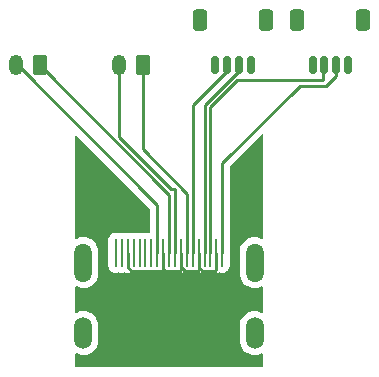
<source format=gbr>
%TF.GenerationSoftware,KiCad,Pcbnew,(6.0.5)*%
%TF.CreationDate,2022-06-07T12:38:57-06:00*%
%TF.ProjectId,21Pin_Fanout,32315069-6e5f-4466-916e-6f75742e6b69,rev?*%
%TF.SameCoordinates,Original*%
%TF.FileFunction,Copper,L1,Top*%
%TF.FilePolarity,Positive*%
%FSLAX46Y46*%
G04 Gerber Fmt 4.6, Leading zero omitted, Abs format (unit mm)*
G04 Created by KiCad (PCBNEW (6.0.5)) date 2022-06-07 12:38:57*
%MOMM*%
%LPD*%
G01*
G04 APERTURE LIST*
G04 Aperture macros list*
%AMRoundRect*
0 Rectangle with rounded corners*
0 $1 Rounding radius*
0 $2 $3 $4 $5 $6 $7 $8 $9 X,Y pos of 4 corners*
0 Add a 4 corners polygon primitive as box body*
4,1,4,$2,$3,$4,$5,$6,$7,$8,$9,$2,$3,0*
0 Add four circle primitives for the rounded corners*
1,1,$1+$1,$2,$3*
1,1,$1+$1,$4,$5*
1,1,$1+$1,$6,$7*
1,1,$1+$1,$8,$9*
0 Add four rect primitives between the rounded corners*
20,1,$1+$1,$2,$3,$4,$5,0*
20,1,$1+$1,$4,$5,$6,$7,0*
20,1,$1+$1,$6,$7,$8,$9,0*
20,1,$1+$1,$8,$9,$2,$3,0*%
G04 Aperture macros list end*
%TA.AperFunction,SMDPad,CuDef*%
%ADD10RoundRect,0.150000X0.150000X0.625000X-0.150000X0.625000X-0.150000X-0.625000X0.150000X-0.625000X0*%
%TD*%
%TA.AperFunction,SMDPad,CuDef*%
%ADD11RoundRect,0.250000X0.350000X0.650000X-0.350000X0.650000X-0.350000X-0.650000X0.350000X-0.650000X0*%
%TD*%
%TA.AperFunction,ComponentPad*%
%ADD12RoundRect,0.250000X0.350000X0.625000X-0.350000X0.625000X-0.350000X-0.625000X0.350000X-0.625000X0*%
%TD*%
%TA.AperFunction,ComponentPad*%
%ADD13O,1.200000X1.750000*%
%TD*%
%TA.AperFunction,SMDPad,CuDef*%
%ADD14O,0.250000X2.400000*%
%TD*%
%TA.AperFunction,ComponentPad*%
%ADD15O,1.500000X2.700000*%
%TD*%
%TA.AperFunction,ComponentPad*%
%ADD16O,1.500000X3.300000*%
%TD*%
%TA.AperFunction,ViaPad*%
%ADD17C,0.800000*%
%TD*%
%TA.AperFunction,Conductor*%
%ADD18C,0.250000*%
%TD*%
G04 APERTURE END LIST*
D10*
%TO.P,J6,1,Pin_1*%
%TO.N,unconnected-(J6-Pad1)*%
X15150000Y19250000D03*
%TO.P,J6,2,Pin_2*%
%TO.N,Net-(J1-Pad1)*%
X14150000Y19250000D03*
%TO.P,J6,3,Pin_3*%
%TO.N,Net-(J1-Pad3)*%
X13150000Y19250000D03*
%TO.P,J6,4,Pin_4*%
%TO.N,unconnected-(J6-Pad4)*%
X12150000Y19250000D03*
D11*
%TO.P,J6,MP*%
%TO.N,N/C*%
X16450000Y23125000D03*
X10850000Y23125000D03*
%TD*%
D12*
%TO.P,J3,1,Pin_1*%
%TO.N,Net-(J1-Pad10)*%
X-10950000Y19250000D03*
D13*
%TO.P,J3,2,Pin_2*%
%TO.N,Net-(J1-Pad12)*%
X-12950000Y19250000D03*
%TD*%
D12*
%TO.P,J2,1,Pin_1*%
%TO.N,Net-(J1-Pad7)*%
X-2250000Y19250000D03*
D13*
%TO.P,J2,2,Pin_2*%
%TO.N,Net-(J1-Pad9)*%
X-4250000Y19250000D03*
%TD*%
D10*
%TO.P,J7,1,Pin_1*%
%TO.N,unconnected-(J7-Pad1)*%
X6900000Y19250000D03*
%TO.P,J7,2,Pin_2*%
%TO.N,Net-(J1-Pad4)*%
X5900000Y19250000D03*
%TO.P,J7,3,Pin_3*%
%TO.N,Net-(J1-Pad6)*%
X4900000Y19250000D03*
%TO.P,J7,4,Pin_4*%
%TO.N,unconnected-(J7-Pad4)*%
X3900000Y19250000D03*
D11*
%TO.P,J7,MP*%
%TO.N,N/C*%
X8200000Y23125000D03*
X2600000Y23125000D03*
%TD*%
D14*
%TO.P,J1,1,D2+*%
%TO.N,Net-(J1-Pad1)*%
X4501000Y3396000D03*
%TO.P,J1,2,D2S*%
%TO.N,GND*%
X4001000Y3396000D03*
%TO.P,J1,3,D2-*%
%TO.N,Net-(J1-Pad3)*%
X3501000Y3396000D03*
%TO.P,J1,4,D1+*%
%TO.N,Net-(J1-Pad4)*%
X3001000Y3396000D03*
%TO.P,J1,5,D1S*%
%TO.N,GND*%
X2500000Y3396000D03*
%TO.P,J1,6,D1-*%
%TO.N,Net-(J1-Pad6)*%
X2000000Y3396000D03*
%TO.P,J1,7,D0+*%
%TO.N,Net-(J1-Pad7)*%
X1500000Y3396000D03*
%TO.P,J1,8,D0S*%
%TO.N,GND*%
X1000000Y3396000D03*
%TO.P,J1,9,D0-*%
%TO.N,Net-(J1-Pad9)*%
X500000Y3396000D03*
%TO.P,J1,10,CK+*%
%TO.N,Net-(J1-Pad10)*%
X0Y3396000D03*
%TO.P,J1,11,CKS*%
%TO.N,GND*%
X-500000Y3396000D03*
%TO.P,J1,12,CK-*%
%TO.N,Net-(J1-Pad12)*%
X-1000000Y3396000D03*
%TO.P,J1,13,CEC*%
%TO.N,unconnected-(J1-Pad13)*%
X-1500000Y3396000D03*
%TO.P,J1,14,UTILITY*%
%TO.N,unconnected-(J1-Pad14)*%
X-2000000Y3396000D03*
%TO.P,J1,15,SCL*%
%TO.N,unconnected-(J1-Pad15)*%
X-2500000Y3396000D03*
%TO.P,J1,16,SDA*%
%TO.N,unconnected-(J1-Pad16)*%
X-3001000Y3396000D03*
%TO.P,J1,17,GND*%
%TO.N,GND*%
X-3501000Y3396000D03*
%TO.P,J1,18,+5V*%
%TO.N,unconnected-(J1-Pad18)*%
X-4001000Y3396000D03*
%TO.P,J1,19,HPD*%
%TO.N,unconnected-(J1-Pad19)*%
X-4501000Y3396000D03*
D15*
%TO.P,J1,20*%
%TO.N,N/C*%
X7250000Y-3396000D03*
%TO.P,J1,21*%
X-7250000Y-3396000D03*
D16*
%TO.P,J1,22*%
X7250000Y2564000D03*
%TO.P,J1,23*%
X-7250000Y2564000D03*
%TD*%
D17*
%TO.N,GND*%
X-2128520Y871480D03*
%TD*%
D18*
%TO.N,GND*%
X-2128520Y1871480D02*
X-2128520Y871480D01*
X-2128520Y1871480D02*
X-3187197Y1871480D01*
X-574520Y1871480D02*
X-2128520Y1871480D01*
X-3187197Y1871480D02*
X-3501000Y2185283D01*
X-3501000Y2185283D02*
X-3501000Y3396000D01*
X-500000Y1946000D02*
X-574520Y1871480D01*
X-500000Y3396000D02*
X-500000Y1946000D01*
X-500000Y2000000D02*
X-500000Y3396000D01*
X925480Y1871480D02*
X-371480Y1871480D01*
X1000000Y1946000D02*
X925480Y1871480D01*
X1000000Y3396000D02*
X1000000Y1946000D01*
X-371480Y1871480D02*
X-500000Y2000000D01*
X1000000Y2185283D02*
X1000000Y3396000D01*
X2500000Y1946000D02*
X2425480Y1871480D01*
X2500000Y3396000D02*
X2500000Y1946000D01*
X2425480Y1871480D02*
X1313803Y1871480D01*
X1313803Y1871480D02*
X1000000Y2185283D01*
X2814803Y1871480D02*
X2500000Y2186283D01*
X2500000Y2186283D02*
X2500000Y3396000D01*
X3926480Y1871480D02*
X2814803Y1871480D01*
X4001000Y1946000D02*
X3926480Y1871480D01*
X4001000Y3396000D02*
X4001000Y1946000D01*
%TO.N,Net-(J1-Pad1)*%
X14150000Y18374520D02*
X14150000Y19250000D01*
X11050480Y17550480D02*
X13325960Y17550480D01*
X13325960Y17550480D02*
X14150000Y18374520D01*
X4501000Y11001000D02*
X11050480Y17550480D01*
X4501000Y3396000D02*
X4501000Y11001000D01*
%TO.N,Net-(J1-Pad3)*%
X13000000Y19100000D02*
X13150000Y19250000D01*
X13000000Y18000000D02*
X13000000Y19100000D01*
X3501000Y15769210D02*
X5731790Y18000000D01*
X3501000Y3396000D02*
X3501000Y15769210D01*
X5731790Y18000000D02*
X13000000Y18000000D01*
%TO.N,Net-(J1-Pad4)*%
X5900000Y18803928D02*
X5900000Y19250000D01*
X3001000Y15904928D02*
X5900000Y18803928D01*
X3001000Y3396000D02*
X3001000Y15904928D01*
%TO.N,Net-(J1-Pad6)*%
X2000000Y15903928D02*
X4900000Y18803928D01*
X4900000Y18803928D02*
X4900000Y19250000D01*
X2000000Y3396000D02*
X2000000Y15903928D01*
%TO.N,Net-(J1-Pad7)*%
X-2250000Y12135717D02*
X-2250000Y19250000D01*
X1500000Y8385717D02*
X-2250000Y12135717D01*
X1500000Y3396000D02*
X1500000Y8385717D01*
%TO.N,Net-(J1-Pad9)*%
X-4250000Y13185718D02*
X-4250000Y19250000D01*
X185718Y8750000D02*
X-4250000Y13185718D01*
X500000Y8750000D02*
X185718Y8750000D01*
X500000Y3396000D02*
X500000Y8750000D01*
%TO.N,Net-(J1-Pad10)*%
X0Y8300000D02*
X-10950000Y19250000D01*
X0Y3396000D02*
X0Y8300000D01*
%TO.N,Net-(J1-Pad12)*%
X-12823196Y19250000D02*
X-1000000Y7426804D01*
X-1000000Y7426804D02*
X-1000000Y3396000D01*
X-12950000Y19250000D02*
X-12823196Y19250000D01*
%TD*%
%TA.AperFunction,Conductor*%
%TO.N,GND*%
G36*
X7909532Y13409462D02*
G01*
X7966368Y13366915D01*
X7991179Y13300395D01*
X7991500Y13291406D01*
X7991500Y4705927D01*
X7971498Y4637806D01*
X7917842Y4591313D01*
X7847568Y4581209D01*
X7814855Y4590554D01*
X7658180Y4659330D01*
X7658167Y4659335D01*
X7653033Y4661588D01*
X7647582Y4662897D01*
X7647578Y4662898D01*
X7440046Y4712722D01*
X7440045Y4712722D01*
X7434589Y4714032D01*
X7350525Y4718879D01*
X7215917Y4726640D01*
X7215914Y4726640D01*
X7210310Y4726963D01*
X6987285Y4699975D01*
X6772565Y4633918D01*
X6767585Y4631348D01*
X6767581Y4631346D01*
X6626850Y4558709D01*
X6572936Y4530882D01*
X6394708Y4394123D01*
X6243515Y4227964D01*
X6124136Y4037656D01*
X6040344Y3829217D01*
X5994787Y3609233D01*
X5991500Y3552225D01*
X5991500Y1607001D01*
X5991749Y1604214D01*
X5991749Y1604208D01*
X5998009Y1534071D01*
X6006383Y1440238D01*
X6065663Y1223549D01*
X6162378Y1020782D01*
X6293471Y838346D01*
X6454799Y682008D01*
X6641262Y556710D01*
X6846967Y466412D01*
X6852418Y465103D01*
X6852422Y465102D01*
X7025503Y423549D01*
X7065411Y413968D01*
X7149475Y409121D01*
X7284083Y401360D01*
X7284086Y401360D01*
X7289690Y401037D01*
X7512715Y428025D01*
X7727435Y494082D01*
X7732415Y496652D01*
X7732419Y496654D01*
X7807710Y535515D01*
X7877417Y548984D01*
X7943341Y522629D01*
X7984550Y464816D01*
X7991500Y423549D01*
X7991500Y-1554073D01*
X7971498Y-1622194D01*
X7917842Y-1668687D01*
X7847568Y-1678791D01*
X7814855Y-1669446D01*
X7658180Y-1600670D01*
X7658167Y-1600665D01*
X7653033Y-1598412D01*
X7647582Y-1597103D01*
X7647578Y-1597102D01*
X7440046Y-1547278D01*
X7440045Y-1547278D01*
X7434589Y-1545968D01*
X7350525Y-1541121D01*
X7215917Y-1533360D01*
X7215914Y-1533360D01*
X7210310Y-1533037D01*
X6987285Y-1560025D01*
X6772565Y-1626082D01*
X6767585Y-1628652D01*
X6767581Y-1628654D01*
X6577919Y-1726546D01*
X6572936Y-1729118D01*
X6394708Y-1865877D01*
X6243515Y-2032036D01*
X6124136Y-2222344D01*
X6040344Y-2430783D01*
X5994787Y-2650767D01*
X5991500Y-2707775D01*
X5991500Y-4052999D01*
X5991749Y-4055786D01*
X5991749Y-4055792D01*
X5998009Y-4125929D01*
X6006383Y-4219762D01*
X6065663Y-4436451D01*
X6162378Y-4639218D01*
X6293471Y-4821654D01*
X6454799Y-4977992D01*
X6641262Y-5103290D01*
X6846967Y-5193588D01*
X6852418Y-5194897D01*
X6852422Y-5194898D01*
X7025503Y-5236451D01*
X7065411Y-5246032D01*
X7149475Y-5250879D01*
X7284083Y-5258640D01*
X7284086Y-5258640D01*
X7289690Y-5258963D01*
X7512715Y-5231975D01*
X7727435Y-5165918D01*
X7732415Y-5163348D01*
X7732419Y-5163346D01*
X7807710Y-5124485D01*
X7877417Y-5111016D01*
X7943341Y-5137371D01*
X7984550Y-5195184D01*
X7991500Y-5236451D01*
X7991500Y-6115500D01*
X7971498Y-6183621D01*
X7917842Y-6230114D01*
X7865500Y-6241500D01*
X-7865500Y-6241500D01*
X-7933621Y-6221498D01*
X-7980114Y-6167842D01*
X-7991500Y-6115500D01*
X-7991500Y-5237927D01*
X-7971498Y-5169806D01*
X-7917842Y-5123313D01*
X-7847568Y-5113209D01*
X-7814855Y-5122554D01*
X-7658180Y-5191330D01*
X-7658167Y-5191335D01*
X-7653033Y-5193588D01*
X-7647582Y-5194897D01*
X-7647578Y-5194898D01*
X-7474497Y-5236451D01*
X-7434589Y-5246032D01*
X-7350525Y-5250879D01*
X-7215917Y-5258640D01*
X-7215914Y-5258640D01*
X-7210310Y-5258963D01*
X-6987285Y-5231975D01*
X-6772565Y-5165918D01*
X-6767585Y-5163348D01*
X-6767581Y-5163346D01*
X-6577919Y-5065454D01*
X-6577918Y-5065454D01*
X-6572936Y-5062882D01*
X-6394708Y-4926123D01*
X-6243515Y-4759964D01*
X-6124136Y-4569656D01*
X-6040344Y-4361217D01*
X-5994787Y-4141233D01*
X-5991500Y-4084225D01*
X-5991500Y-2739001D01*
X-5994449Y-2705952D01*
X-6005884Y-2577833D01*
X-6006383Y-2572238D01*
X-6065663Y-2355549D01*
X-6162378Y-2152782D01*
X-6293471Y-1970346D01*
X-6454799Y-1814008D01*
X-6641262Y-1688710D01*
X-6846967Y-1598412D01*
X-6852418Y-1597103D01*
X-6852422Y-1597102D01*
X-7059954Y-1547278D01*
X-7059955Y-1547278D01*
X-7065411Y-1545968D01*
X-7149475Y-1541121D01*
X-7284083Y-1533360D01*
X-7284086Y-1533360D01*
X-7289690Y-1533037D01*
X-7512715Y-1560025D01*
X-7727435Y-1626082D01*
X-7732415Y-1628652D01*
X-7732419Y-1628654D01*
X-7807710Y-1667515D01*
X-7877417Y-1680984D01*
X-7943341Y-1654629D01*
X-7984550Y-1596816D01*
X-7991500Y-1555549D01*
X-7991500Y422073D01*
X-7971498Y490194D01*
X-7917842Y536687D01*
X-7847568Y546791D01*
X-7814855Y537446D01*
X-7658180Y468670D01*
X-7658167Y468665D01*
X-7653033Y466412D01*
X-7647582Y465103D01*
X-7647578Y465102D01*
X-7474497Y423549D01*
X-7434589Y413968D01*
X-7350525Y409121D01*
X-7215917Y401360D01*
X-7215914Y401360D01*
X-7210310Y401037D01*
X-6987285Y428025D01*
X-6772565Y494082D01*
X-6767585Y496652D01*
X-6767581Y496654D01*
X-6577919Y594546D01*
X-6577918Y594546D01*
X-6572936Y597118D01*
X-6394708Y733877D01*
X-6243515Y900036D01*
X-6124136Y1090344D01*
X-6040344Y1298783D01*
X-5994787Y1518767D01*
X-5991500Y1575775D01*
X-5991500Y3520999D01*
X-5994449Y3554048D01*
X-6005884Y3682167D01*
X-6006383Y3687762D01*
X-6065663Y3904451D01*
X-6162378Y4107218D01*
X-6293471Y4289654D01*
X-6454799Y4445992D01*
X-6641262Y4571290D01*
X-6846967Y4661588D01*
X-6852418Y4662897D01*
X-6852422Y4662898D01*
X-7059954Y4712722D01*
X-7059955Y4712722D01*
X-7065411Y4714032D01*
X-7149475Y4718879D01*
X-7284083Y4726640D01*
X-7284086Y4726640D01*
X-7289690Y4726963D01*
X-7512715Y4699975D01*
X-7727435Y4633918D01*
X-7732415Y4631348D01*
X-7732419Y4631346D01*
X-7807710Y4592485D01*
X-7877417Y4579016D01*
X-7943341Y4605371D01*
X-7984550Y4663184D01*
X-7991500Y4704451D01*
X-7991500Y13218210D01*
X-7971498Y13286331D01*
X-7917842Y13332824D01*
X-7847568Y13342928D01*
X-7782988Y13313434D01*
X-7776405Y13307305D01*
X-1670405Y7201305D01*
X-1636379Y7138993D01*
X-1633500Y7112210D01*
X-1633500Y5195692D01*
X-1653502Y5127571D01*
X-1707158Y5081078D01*
X-1777432Y5070974D01*
X-1796644Y5075442D01*
X-1802682Y5078283D01*
X-1810470Y5079769D01*
X-1810471Y5079769D01*
X-1952121Y5106790D01*
X-1952122Y5106790D01*
X-1959906Y5108275D01*
X-2048400Y5102708D01*
X-2111738Y5098723D01*
X-2111740Y5098723D01*
X-2119650Y5098225D01*
X-2127186Y5095776D01*
X-2127188Y5095776D01*
X-2128711Y5095281D01*
X-2200291Y5072023D01*
X-2205545Y5070316D01*
X-2276512Y5068288D01*
X-2288184Y5072528D01*
X-2295512Y5074909D01*
X-2302682Y5078283D01*
X-2310465Y5079768D01*
X-2310466Y5079768D01*
X-2452121Y5106790D01*
X-2452122Y5106790D01*
X-2459906Y5108275D01*
X-2548400Y5102708D01*
X-2611738Y5098723D01*
X-2611740Y5098723D01*
X-2619650Y5098225D01*
X-2627186Y5095776D01*
X-2627188Y5095776D01*
X-2706137Y5070124D01*
X-2777105Y5068097D01*
X-2790313Y5072895D01*
X-2796511Y5074908D01*
X-2803682Y5078283D01*
X-2935305Y5103391D01*
X-2953121Y5106790D01*
X-2953122Y5106790D01*
X-2960906Y5108275D01*
X-3049400Y5102708D01*
X-3112738Y5098723D01*
X-3112740Y5098723D01*
X-3120650Y5098225D01*
X-3207241Y5070090D01*
X-3278206Y5068062D01*
X-3289110Y5072023D01*
X-3289124Y5071979D01*
X-3311622Y5079289D01*
X-3453152Y5106287D01*
X-3468849Y5107274D01*
X-3612643Y5098228D01*
X-3628093Y5095281D01*
X-3705884Y5070005D01*
X-3776852Y5067978D01*
X-3791038Y5073130D01*
X-3796508Y5074907D01*
X-3803682Y5078283D01*
X-3935305Y5103391D01*
X-3953121Y5106790D01*
X-3953122Y5106790D01*
X-3960906Y5108275D01*
X-4049400Y5102708D01*
X-4112738Y5098723D01*
X-4112740Y5098723D01*
X-4120650Y5098225D01*
X-4128186Y5095776D01*
X-4128188Y5095776D01*
X-4129711Y5095281D01*
X-4201291Y5072023D01*
X-4206545Y5070316D01*
X-4277512Y5068288D01*
X-4289184Y5072528D01*
X-4296512Y5074909D01*
X-4303682Y5078283D01*
X-4311465Y5079768D01*
X-4311466Y5079768D01*
X-4453121Y5106790D01*
X-4453122Y5106790D01*
X-4460906Y5108275D01*
X-4549400Y5102708D01*
X-4612738Y5098723D01*
X-4612740Y5098723D01*
X-4620650Y5098225D01*
X-4628186Y5095776D01*
X-4628188Y5095776D01*
X-4765333Y5051215D01*
X-4765336Y5051214D01*
X-4772875Y5048764D01*
X-4908018Y4963000D01*
X-5017586Y4846321D01*
X-5094695Y4706060D01*
X-5134500Y4551030D01*
X-5134500Y2281144D01*
X-5119474Y2162203D01*
X-5060552Y2013383D01*
X-4966472Y1883893D01*
X-4843144Y1781867D01*
X-4835977Y1778494D01*
X-4835973Y1778492D01*
X-4773879Y1749274D01*
X-4698318Y1713717D01*
X-4593778Y1693775D01*
X-4551515Y1685713D01*
X-4541094Y1683725D01*
X-4452600Y1689292D01*
X-4389262Y1693277D01*
X-4389260Y1693277D01*
X-4381350Y1693775D01*
X-4373814Y1696224D01*
X-4373812Y1696224D01*
X-4305248Y1718502D01*
X-4295455Y1721684D01*
X-4224488Y1723712D01*
X-4212816Y1719472D01*
X-4205488Y1717091D01*
X-4198318Y1713717D01*
X-4190535Y1712232D01*
X-4190534Y1712232D01*
X-4048879Y1685210D01*
X-4041094Y1683725D01*
X-3952600Y1689292D01*
X-3889262Y1693277D01*
X-3889260Y1693277D01*
X-3881350Y1693775D01*
X-3794759Y1721910D01*
X-3723794Y1723938D01*
X-3712890Y1719977D01*
X-3712876Y1720021D01*
X-3690378Y1712711D01*
X-3548848Y1685713D01*
X-3533151Y1684726D01*
X-3389357Y1693772D01*
X-3373907Y1696719D01*
X-3296116Y1721995D01*
X-3225148Y1724022D01*
X-3210962Y1718870D01*
X-3205492Y1717093D01*
X-3198318Y1713717D01*
X-3093778Y1693775D01*
X-3051515Y1685713D01*
X-3041094Y1683725D01*
X-2952600Y1689292D01*
X-2889262Y1693277D01*
X-2889260Y1693277D01*
X-2881350Y1693775D01*
X-2873814Y1696224D01*
X-2873812Y1696224D01*
X-2794863Y1721876D01*
X-2723895Y1723903D01*
X-2710687Y1719105D01*
X-2704489Y1717092D01*
X-2697318Y1713717D01*
X-2592778Y1693775D01*
X-2550515Y1685713D01*
X-2540094Y1683725D01*
X-2451600Y1689292D01*
X-2388262Y1693277D01*
X-2388260Y1693277D01*
X-2380350Y1693775D01*
X-2372814Y1696224D01*
X-2372812Y1696224D01*
X-2304248Y1718502D01*
X-2294455Y1721684D01*
X-2223488Y1723712D01*
X-2211816Y1719472D01*
X-2204488Y1717091D01*
X-2197318Y1713717D01*
X-2189535Y1712232D01*
X-2189534Y1712232D01*
X-2047879Y1685210D01*
X-2040094Y1683725D01*
X-1951600Y1689292D01*
X-1888262Y1693277D01*
X-1888260Y1693277D01*
X-1880350Y1693775D01*
X-1872814Y1696224D01*
X-1872812Y1696224D01*
X-1804248Y1718502D01*
X-1794455Y1721684D01*
X-1723488Y1723712D01*
X-1711816Y1719472D01*
X-1704488Y1717091D01*
X-1697318Y1713717D01*
X-1689535Y1712232D01*
X-1689534Y1712232D01*
X-1547879Y1685210D01*
X-1540094Y1683725D01*
X-1451600Y1689292D01*
X-1388262Y1693277D01*
X-1388260Y1693277D01*
X-1380350Y1693775D01*
X-1372814Y1696224D01*
X-1372812Y1696224D01*
X-1304248Y1718502D01*
X-1294455Y1721684D01*
X-1223488Y1723712D01*
X-1211816Y1719472D01*
X-1204488Y1717091D01*
X-1197318Y1713717D01*
X-1189535Y1712232D01*
X-1189534Y1712232D01*
X-1047879Y1685210D01*
X-1040094Y1683725D01*
X-951600Y1689292D01*
X-888262Y1693277D01*
X-888260Y1693277D01*
X-880350Y1693775D01*
X-793759Y1721910D01*
X-722794Y1723938D01*
X-711890Y1719977D01*
X-711876Y1720021D01*
X-689378Y1712711D01*
X-547848Y1685713D01*
X-532151Y1684726D01*
X-388357Y1693772D01*
X-372907Y1696719D01*
X-295116Y1721995D01*
X-224148Y1724022D01*
X-209962Y1718870D01*
X-204492Y1717093D01*
X-197318Y1713717D01*
X-92778Y1693775D01*
X-50515Y1685713D01*
X-40094Y1683725D01*
X48400Y1689292D01*
X111738Y1693277D01*
X111740Y1693277D01*
X119650Y1693775D01*
X127186Y1696224D01*
X127188Y1696224D01*
X195752Y1718502D01*
X205545Y1721684D01*
X276512Y1723712D01*
X288184Y1719472D01*
X295512Y1717091D01*
X302682Y1713717D01*
X310465Y1712232D01*
X310466Y1712232D01*
X452121Y1685210D01*
X459906Y1683725D01*
X548400Y1689292D01*
X611738Y1693277D01*
X611740Y1693277D01*
X619650Y1693775D01*
X706241Y1721910D01*
X777206Y1723938D01*
X788110Y1719977D01*
X788124Y1720021D01*
X810622Y1712711D01*
X952152Y1685713D01*
X967849Y1684726D01*
X1111643Y1693772D01*
X1127093Y1696719D01*
X1204884Y1721995D01*
X1275852Y1724022D01*
X1290038Y1718870D01*
X1295508Y1717093D01*
X1302682Y1713717D01*
X1407222Y1693775D01*
X1449485Y1685713D01*
X1459906Y1683725D01*
X1548400Y1689292D01*
X1611738Y1693277D01*
X1611740Y1693277D01*
X1619650Y1693775D01*
X1627186Y1696224D01*
X1627188Y1696224D01*
X1695752Y1718502D01*
X1705545Y1721684D01*
X1776512Y1723712D01*
X1788184Y1719472D01*
X1795512Y1717091D01*
X1802682Y1713717D01*
X1810465Y1712232D01*
X1810466Y1712232D01*
X1952121Y1685210D01*
X1959906Y1683725D01*
X2048400Y1689292D01*
X2111738Y1693277D01*
X2111740Y1693277D01*
X2119650Y1693775D01*
X2206241Y1721910D01*
X2277206Y1723938D01*
X2288110Y1719977D01*
X2288124Y1720021D01*
X2310622Y1712711D01*
X2452152Y1685713D01*
X2467849Y1684726D01*
X2611643Y1693772D01*
X2627093Y1696719D01*
X2705476Y1722187D01*
X2776444Y1724214D01*
X2792172Y1718502D01*
X2796506Y1717094D01*
X2803682Y1713717D01*
X2908222Y1693775D01*
X2950485Y1685713D01*
X2960906Y1683725D01*
X3049400Y1689292D01*
X3112738Y1693277D01*
X3112740Y1693277D01*
X3120650Y1693775D01*
X3128186Y1696224D01*
X3128188Y1696224D01*
X3196752Y1718502D01*
X3206545Y1721684D01*
X3277512Y1723712D01*
X3289184Y1719472D01*
X3296512Y1717091D01*
X3303682Y1713717D01*
X3311465Y1712232D01*
X3311466Y1712232D01*
X3453121Y1685210D01*
X3460906Y1683725D01*
X3549400Y1689292D01*
X3612738Y1693277D01*
X3612740Y1693277D01*
X3620650Y1693775D01*
X3707241Y1721910D01*
X3778206Y1723938D01*
X3789110Y1719977D01*
X3789124Y1720021D01*
X3811622Y1712711D01*
X3953152Y1685713D01*
X3968849Y1684726D01*
X4112643Y1693772D01*
X4128093Y1696719D01*
X4205884Y1721995D01*
X4276852Y1724022D01*
X4291038Y1718870D01*
X4296508Y1717093D01*
X4303682Y1713717D01*
X4408222Y1693775D01*
X4450485Y1685713D01*
X4460906Y1683725D01*
X4549400Y1689292D01*
X4612738Y1693277D01*
X4612740Y1693277D01*
X4620650Y1693775D01*
X4628186Y1696224D01*
X4628188Y1696224D01*
X4765333Y1740785D01*
X4765336Y1740786D01*
X4772875Y1743236D01*
X4908018Y1829000D01*
X5017586Y1945679D01*
X5094695Y2085940D01*
X5134500Y2240970D01*
X5134500Y10686406D01*
X5154502Y10754527D01*
X5171405Y10775501D01*
X7776405Y13380501D01*
X7838717Y13414527D01*
X7909532Y13409462D01*
G37*
%TD.AperFunction*%
%TD*%
M02*

</source>
